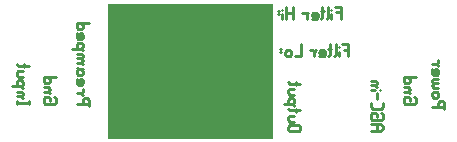
<source format=gbr>
G04 start of page 9 for group -4078 idx -4078 *
G04 Title: (unknown), bottomsilk *
G04 Creator: pcb 20140316 *
G04 CreationDate: Mon 31 Jul 2017 07:56:20 GMT UTC *
G04 For: harold *
G04 Format: Gerber/RS-274X *
G04 PCB-Dimensions (mil): 6000.00 5000.00 *
G04 PCB-Coordinate-Origin: lower left *
%MOIN*%
%FSLAX25Y25*%
%LNBOTTOMSILK*%
%ADD35C,0.0100*%
%ADD34C,0.0001*%
G54D34*G36*
X190000Y310000D02*Y265000D01*
X135000D01*
Y310000D01*
X190000D01*
G37*
G54D35*X108500Y276500D02*Y277500D01*
X104500Y277000D02*X108500D01*
X104500Y276500D02*Y277500D01*
Y279200D02*X106000D01*
X106500Y279700D01*
Y280200D01*
X106000Y280700D01*
X104500D02*X106000D01*
X106500Y278700D02*X106000Y279200D01*
X103000Y282400D02*X106000D01*
X106500Y281900D02*X106000Y282400D01*
X106500Y282900D01*
Y283900D01*
X106000Y284400D01*
X105000D02*X106000D01*
X104500Y283900D02*X105000Y284400D01*
X104500Y282900D02*Y283900D01*
X105000Y282400D02*X104500Y282900D01*
X105000Y285600D02*X106500D01*
X105000D02*X104500Y286100D01*
Y287100D01*
X105000Y287600D01*
X106500D01*
X105000Y289300D02*X108500D01*
X105000D02*X104500Y289800D01*
X107000Y288800D02*Y289800D01*
X117500Y278500D02*X117000Y279000D01*
X117500Y277000D02*Y278500D01*
X117000Y276500D02*X117500Y277000D01*
X114000Y276500D02*X117000D01*
X114000D02*X113500Y277000D01*
Y278500D01*
X114000Y279000D01*
X115000D01*
X115500Y278500D02*X115000Y279000D01*
X115500Y277500D02*Y278500D01*
X113500Y280700D02*X115000D01*
X115500Y281200D01*
Y281700D01*
X115000Y282200D01*
X113500D02*X115000D01*
X115500Y280200D02*X115000Y280700D01*
X113500Y285400D02*X117500D01*
X113500Y284900D02*X114000Y285400D01*
X113500Y283900D02*Y284900D01*
X114000Y283400D02*X113500Y283900D01*
X114000Y283400D02*X115000D01*
X115500Y283900D01*
Y284900D01*
X115000Y285400D01*
X124500Y276500D02*X128500D01*
Y276000D02*Y278000D01*
X128000Y278500D01*
X127000D02*X128000D01*
X126500Y278000D02*X127000Y278500D01*
X126500Y276500D02*Y278000D01*
X124500Y280200D02*X126000D01*
X126500Y280700D01*
Y281700D01*
Y279700D02*X126000Y280200D01*
X124500Y283400D02*Y284900D01*
X125000Y282900D02*X124500Y283400D01*
X125000Y282900D02*X126000D01*
X126500Y283400D01*
Y284400D01*
X126000Y284900D01*
X125500Y282900D02*Y284900D01*
X126000D01*
X126500Y287600D02*X126000Y288100D01*
X126500Y286600D02*Y287600D01*
X126000Y286100D02*X126500Y286600D01*
X125000Y286100D02*X126000D01*
X125000D02*X124500Y286600D01*
X125000Y288100D02*X126500D01*
X125000D02*X124500Y288600D01*
Y286600D02*Y287600D01*
X125000Y288100D01*
X124500Y290300D02*X126000D01*
X126500Y290800D01*
Y291300D01*
X126000Y291800D01*
X124500D02*X126000D01*
X126500Y292300D01*
Y292800D01*
X126000Y293300D01*
X124500D02*X126000D01*
X126500Y289800D02*X126000Y290300D01*
X123000Y295000D02*X126000D01*
X126500Y294500D02*X126000Y295000D01*
X126500Y295500D01*
Y296500D01*
X126000Y297000D01*
X125000D02*X126000D01*
X124500Y296500D02*X125000Y297000D01*
X124500Y295500D02*Y296500D01*
X125000Y295000D02*X124500Y295500D01*
Y298700D02*Y300200D01*
X125000Y298200D02*X124500Y298700D01*
X125000Y298200D02*X126000D01*
X126500Y298700D01*
Y299700D01*
X126000Y300200D01*
X125500Y298200D02*Y300200D01*
X126000D01*
X124500Y303400D02*X128500D01*
X124500Y302900D02*X125000Y303400D01*
X124500Y301900D02*Y302900D01*
X125000Y301400D02*X124500Y301900D01*
X125000Y301400D02*X126000D01*
X126500Y301900D01*
Y302900D01*
X126000Y303400D01*
X243000Y275500D02*X247000D01*
Y275000D02*Y277000D01*
X246500Y277500D01*
X245500D02*X246500D01*
X245000Y277000D02*X245500Y277500D01*
X245000Y275500D02*Y277000D01*
X243500Y278700D02*X244500D01*
X245000Y279200D01*
Y280200D01*
X244500Y280700D01*
X243500D02*X244500D01*
X243000Y280200D02*X243500Y280700D01*
X243000Y279200D02*Y280200D01*
X243500Y278700D02*X243000Y279200D01*
X243500Y281900D02*X245000D01*
X243500D02*X243000Y282400D01*
Y282900D01*
X243500Y283400D01*
X245000D01*
X243500D02*X243000Y283900D01*
Y284400D01*
X243500Y284900D01*
X245000D01*
X243000Y286600D02*Y288100D01*
X243500Y286100D02*X243000Y286600D01*
X243500Y286100D02*X244500D01*
X245000Y286600D01*
Y287600D01*
X244500Y288100D01*
X244000Y286100D02*Y288100D01*
X244500D01*
X243000Y289800D02*X244500D01*
X245000Y290300D01*
Y291300D01*
Y289300D02*X244500Y289800D01*
X237500Y278500D02*X237000Y279000D01*
X237500Y277000D02*Y278500D01*
X237000Y276500D02*X237500Y277000D01*
X234000Y276500D02*X237000D01*
X234000D02*X233500Y277000D01*
Y278500D01*
X234000Y279000D01*
X235000D01*
X235500Y278500D02*X235000Y279000D01*
X235500Y277500D02*Y278500D01*
X233500Y280700D02*X235000D01*
X235500Y281200D01*
Y281700D01*
X235000Y282200D01*
X233500D02*X235000D01*
X235500Y280200D02*X235000Y280700D01*
X233500Y285400D02*X237500D01*
X233500Y284900D02*X234000Y285400D01*
X233500Y283900D02*Y284900D01*
X234000Y283400D02*X233500Y283900D01*
X234000Y283400D02*X235000D01*
X235500Y283900D01*
Y284900D01*
X235000Y285400D01*
X195500Y267500D02*X198500D01*
X199000Y268000D01*
Y269000D01*
X198500Y269500D01*
X195500D02*X198500D01*
X195000Y269000D02*X195500Y269500D01*
X195000Y268000D02*Y269000D01*
X195500Y267500D02*X195000Y268000D01*
X195500Y270700D02*X197000D01*
X195500D02*X195000Y271200D01*
Y272200D01*
X195500Y272700D01*
X197000D01*
X195500Y274400D02*X199000D01*
X195500D02*X195000Y274900D01*
X197500Y273900D02*Y274900D01*
X193500Y276400D02*X196500D01*
X197000Y275900D02*X196500Y276400D01*
X197000Y276900D01*
Y277900D01*
X196500Y278400D01*
X195500D02*X196500D01*
X195000Y277900D02*X195500Y278400D01*
X195000Y276900D02*Y277900D01*
X195500Y276400D02*X195000Y276900D01*
X195500Y279600D02*X197000D01*
X195500D02*X195000Y280100D01*
Y281100D01*
X195500Y281600D01*
X197000D01*
X195500Y283300D02*X199000D01*
X195500D02*X195000Y283800D01*
X197500Y282800D02*Y283800D01*
X222500Y267500D02*X225500D01*
X226500Y268200D01*
Y269300D01*
X225500Y270000D01*
X222500D02*X225500D01*
X224500Y267500D02*Y270000D01*
X226500Y273200D02*X226000Y273700D01*
X226500Y271700D02*Y273200D01*
X226000Y271200D02*X226500Y271700D01*
X223000Y271200D02*X226000D01*
X223000D02*X222500Y271700D01*
Y273200D01*
X223000Y273700D01*
X224000D01*
X224500Y273200D02*X224000Y273700D01*
X224500Y272200D02*Y273200D01*
X222500Y275600D02*Y276900D01*
X223200Y274900D02*X222500Y275600D01*
X223200Y274900D02*X225800D01*
X226500Y275600D01*
Y276900D01*
X224500Y278100D02*Y280100D01*
X225400Y281300D02*X225500D01*
X222500D02*X224000D01*
X222500Y282800D02*X224000D01*
X224500Y283300D01*
Y283800D01*
X224000Y284300D01*
X222500D02*X224000D01*
X224500Y282300D02*X224000Y282800D01*
X215000Y292500D02*Y296500D01*
X213000D02*X215000D01*
X213500Y294700D02*X215000D01*
X211800Y295400D02*Y295500D01*
Y292500D02*Y294000D01*
X210800Y293000D02*Y296500D01*
Y293000D02*X210300Y292500D01*
X208800Y293000D02*Y296500D01*
Y293000D02*X208300Y292500D01*
Y295000D02*X209300D01*
X205300Y292500D02*X206800D01*
X207300Y293000D02*X206800Y292500D01*
X207300Y293000D02*Y294000D01*
X206800Y294500D01*
X205800D02*X206800D01*
X205800D02*X205300Y294000D01*
Y293500D02*X207300D01*
X205300D02*Y294000D01*
X203600Y292500D02*Y294000D01*
X203100Y294500D01*
X202100D02*X203100D01*
X204100D02*X203600Y294000D01*
X199100Y292500D02*Y296500D01*
X197100Y292500D02*X199100D01*
X195900Y293000D02*Y294000D01*
X195400Y294500D01*
X194400D02*X195400D01*
X194400D02*X193900Y294000D01*
Y293000D02*Y294000D01*
X194400Y292500D02*X193900Y293000D01*
X194400Y292500D02*X195400D01*
X195900Y293000D02*X195400Y292500D01*
X192200Y295000D02*X192700D01*
X192200Y294000D02*X192700D01*
X212500Y305000D02*Y309000D01*
X210500D02*X212500D01*
X211000Y307200D02*X212500D01*
X209300Y307900D02*Y308000D01*
Y305000D02*Y306500D01*
X208300Y305500D02*Y309000D01*
Y305500D02*X207800Y305000D01*
X206300Y305500D02*Y309000D01*
Y305500D02*X205800Y305000D01*
Y307500D02*X206800D01*
X202800Y305000D02*X204300D01*
X204800Y305500D02*X204300Y305000D01*
X204800Y305500D02*Y306500D01*
X204300Y307000D01*
X203300D02*X204300D01*
X203300D02*X202800Y306500D01*
Y306000D02*X204800D01*
X202800D02*Y306500D01*
X201100Y305000D02*Y306500D01*
X200600Y307000D01*
X199600D02*X200600D01*
X201600D02*X201100Y306500D01*
X196600Y305000D02*Y309000D01*
X194100Y305000D02*Y309000D01*
Y307000D02*X196600D01*
X192900Y307900D02*Y308000D01*
Y305000D02*Y306500D01*
X191400Y307500D02*X191900D01*
X191400Y306500D02*X191900D01*
M02*

</source>
